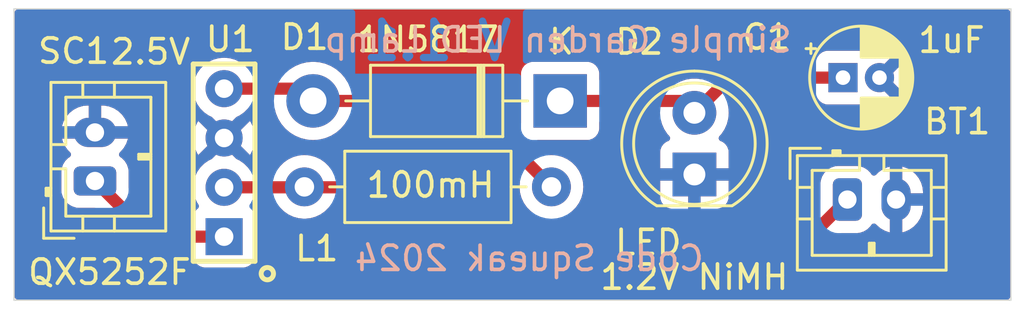
<source format=kicad_pcb>
(kicad_pcb (version 20221018) (generator pcbnew)
  (title_block (title "Garden Solar Light") (rev "1.0.1"))
  (layers (0 "F.Cu" signal) (31 "B.Cu" signal) (34 "B.Paste" user) (35 "F.Paste" user) (36 "B.SilkS" user "B.Silkscreen") (37 "F.SilkS" user "F.Silkscreen") (38 "B.Mask" user) (39 "F.Mask" user) (44 "Edge.Cuts" user))
  (net 0 "")
  (net 1 "GND")
  (net 2 "Net-(BT1-Pad1)")
  (net 3 "Net-(C1-Pad1)")
  (net 4 "Net-(D1-Pad2)")
  (net 5 "Net-(SC1-Pad1)")
  (footprint "Connector_JST:JST_PH_B2B-PH-K_1x02_P2.00mm_Vertical" (layer "F.Cu") (at 131.275614 87.854263)
    (fp_text reference "BT1" (at 4.513698 -3.209368) (layer "F.SilkS"))
    (fp_text value "1.2V NiMH")
    (fp_line (start -2.36 -2.11) (end -2.36 -0.86) (stroke (width 0.12)) (layer "F.SilkS"))
    (fp_line (start -2.06 -1.81) (end -2.06 2.91) (stroke (width 0.12)) (layer "F.SilkS"))
    (fp_line (start -2.06 -0.5) (end -1.45 -0.5) (stroke (width 0.12)) (layer "F.SilkS"))
    (fp_line (start -2.06 0.8) (end -1.45 0.8) (stroke (width 0.12)) (layer "F.SilkS"))
    (fp_line (start -2.06 2.91) (end 4.06 2.91) (stroke (width 0.12)) (layer "F.SilkS"))
    (fp_line (start -1.45 -1.2) (end -1.45 2.3) (stroke (width 0.12)) (layer "F.SilkS"))
    (fp_line (start -1.45 2.3) (end 3.45 2.3) (stroke (width 0.12)) (layer "F.SilkS"))
    (fp_line (start -1.11 -2.11) (end -2.36 -2.11) (stroke (width 0.12)) (layer "F.SilkS"))
    (fp_line (start -0.6 -2.01) (end -0.6 -1.81) (stroke (width 0.12)) (layer "F.SilkS"))
    (fp_line (start -0.3 -2.01) (end -0.6 -2.01) (stroke (width 0.12)) (layer "F.SilkS"))
    (fp_line (start -0.3 -1.91) (end -0.6 -1.91) (stroke (width 0.12)) (layer "F.SilkS"))
    (fp_line (start -0.3 -1.81) (end -0.3 -2.01) (stroke (width 0.12)) (layer "F.SilkS"))
    (fp_line (start 0.5 -1.81) (end 0.5 -1.2) (stroke (width 0.12)) (layer "F.SilkS"))
    (fp_line (start 0.5 -1.2) (end -1.45 -1.2) (stroke (width 0.12)) (layer "F.SilkS"))
    (fp_line (start 0.9 1.8) (end 1.1 1.8) (stroke (width 0.12)) (layer "F.SilkS"))
    (fp_line (start 0.9 2.3) (end 0.9 1.8) (stroke (width 0.12)) (layer "F.SilkS"))
    (fp_line (start 1 2.3) (end 1 1.8) (stroke (width 0.12)) (layer "F.SilkS"))
    (fp_line (start 1.1 1.8) (end 1.1 2.3) (stroke (width 0.12)) (layer "F.SilkS"))
    (fp_line (start 1.5 -1.2) (end 1.5 -1.81) (stroke (width 0.12)) (layer "F.SilkS"))
    (fp_line (start 3.45 -1.2) (end 1.5 -1.2) (stroke (width 0.12)) (layer "F.SilkS"))
    (fp_line (start 3.45 2.3) (end 3.45 -1.2) (stroke (width 0.12)) (layer "F.SilkS"))
    (fp_line (start 4.06 -1.81) (end -2.06 -1.81) (stroke (width 0.12)) (layer "F.SilkS"))
    (fp_line (start 4.06 -0.5) (end 3.45 -0.5) (stroke (width 0.12)) (layer "F.SilkS"))
    (fp_line (start 4.06 0.8) (end 3.45 0.8) (stroke (width 0.12)) (layer "F.SilkS"))
    (fp_line (start 4.06 2.91) (end 4.06 -1.81) (stroke (width 0.12)) (layer "F.SilkS"))
    (pad "1" thru_hole roundrect (at 0 0) (size 1.2 1.75) (drill 0.75) (layers "*.Cu" "*.Mask") (roundrect_rratio 0.208333) (net 2 "Net-(BT1-Pad1)"))
    (pad "2" thru_hole oval (at 2 0) (size 1.2 1.75) (drill 0.75) (layers "*.Cu" "*.Mask") (net 1 "GND"))
  )
  (footprint "Capacitor_THT:CP_Radial_D4.0mm_P1.50mm" (layer "F.Cu") (at 131.09326 82.83312)
    (fp_text reference "C1" (at -3.149087 -1.666812) (layer "F.SilkS"))
    (fp_text value "1uF")
    (fp_line (start -1.519801 -1.195) (end -1.119801 -1.195) (stroke (width 0.12)) (layer "F.SilkS"))
    (fp_line (start -1.319801 -1.395) (end -1.319801 -0.995) (stroke (width 0.12)) (layer "F.SilkS"))
    (fp_line (start 0.75 -2.08) (end 0.75 -0.84) (stroke (width 0.12)) (layer "F.SilkS"))
    (fp_line (start 0.75 0.84) (end 0.75 2.08) (stroke (width 0.12)) (layer "F.SilkS"))
    (fp_line (start 0.79 -2.08) (end 0.79 -0.84) (stroke (width 0.12)) (layer "F.SilkS"))
    (fp_line (start 0.79 0.84) (end 0.79 2.08) (stroke (width 0.12)) (layer "F.SilkS"))
    (fp_line (start 0.83 -2.079) (end 0.83 -0.84) (stroke (width 0.12)) (layer "F.SilkS"))
    (fp_line (start 0.83 0.84) (end 0.83 2.079) (stroke (width 0.12)) (layer "F.SilkS"))
    (fp_line (start 0.87 -2.077) (end 0.87 -0.84) (stroke (width 0.12)) (layer "F.SilkS"))
    (fp_line (start 0.87 0.84) (end 0.87 2.077) (stroke (width 0.12)) (layer "F.SilkS"))
    (fp_line (start 0.91 -2.074) (end 0.91 -0.84) (stroke (width 0.12)) (layer "F.SilkS"))
    (fp_line (start 0.91 0.84) (end 0.91 2.074) (stroke (width 0.12)) (layer "F.SilkS"))
    (fp_line (start 0.95 -2.071) (end 0.95 -0.84) (stroke (width 0.12)) (layer "F.SilkS"))
    (fp_line (start 0.95 0.84) (end 0.95 2.071) (stroke (width 0.12)) (layer "F.SilkS"))
    (fp_line (start 0.99 -2.067) (end 0.99 -0.84) (stroke (width 0.12)) (layer "F.SilkS"))
    (fp_line (start 0.99 0.84) (end 0.99 2.067) (stroke (width 0.12)) (layer "F.SilkS"))
    (fp_line (start 1.03 -2.062) (end 1.03 -0.84) (stroke (width 0.12)) (layer "F.SilkS"))
    (fp_line (start 1.03 0.84) (end 1.03 2.062) (stroke (width 0.12)) (layer "F.SilkS"))
    (fp_line (start 1.07 -2.056) (end 1.07 -0.84) (stroke (width 0.12)) (layer "F.SilkS"))
    (fp_line (start 1.07 0.84) (end 1.07 2.056) (stroke (width 0.12)) (layer "F.SilkS"))
    (fp_line (start 1.11 -2.05) (end 1.11 -0.84) (stroke (width 0.12)) (layer "F.SilkS"))
    (fp_line (start 1.11 0.84) (end 1.11 2.05) (stroke (width 0.12)) (layer "F.SilkS"))
    (fp_line (start 1.15 -2.042) (end 1.15 -0.84) (stroke (width 0.12)) (layer "F.SilkS"))
    (fp_line (start 1.15 0.84) (end 1.15 2.042) (stroke (width 0.12)) (layer "F.SilkS"))
    (fp_line (start 1.19 -2.034) (end 1.19 -0.84) (stroke (width 0.12)) (layer "F.SilkS"))
    (fp_line (start 1.19 0.84) (end 1.19 2.034) (stroke (width 0.12)) (layer "F.SilkS"))
    (fp_line (start 1.23 -2.025) (end 1.23 -0.84) (stroke (width 0.12)) (layer "F.SilkS"))
    (fp_line (start 1.23 0.84) (end 1.23 2.025) (stroke (width 0.12)) (layer "F.SilkS"))
    (fp_line (start 1.27 -2.016) (end 1.27 -0.84) (stroke (width 0.12)) (layer "F.SilkS"))
    (fp_line (start 1.27 0.84) (end 1.27 2.016) (stroke (width 0.12)) (layer "F.SilkS"))
    (fp_line (start 1.31 -2.005) (end 1.31 -0.84) (stroke (width 0.12)) (layer "F.SilkS"))
    (fp_line (start 1.31 0.84) (end 1.31 2.005) (stroke (width 0.12)) (layer "F.SilkS"))
    (fp_line (start 1.35 -1.994) (end 1.35 -0.84) (stroke (width 0.12)) (layer "F.SilkS"))
    (fp_line (start 1.35 0.84) (end 1.35 1.994) (stroke (width 0.12)) (layer "F.SilkS"))
    (fp_line (start 1.39 -1.982) (end 1.39 -0.84) (stroke (width 0.12)) (layer "F.SilkS"))
    (fp_line (start 1.39 0.84) (end 1.39 1.982) (stroke (width 0.12)) (layer "F.SilkS"))
    (fp_line (start 1.43 -1.968) (end 1.43 -0.84) (stroke (width 0.12)) (layer "F.SilkS"))
    (fp_line (start 1.43 0.84) (end 1.43 1.968) (stroke (width 0.12)) (layer "F.SilkS"))
    (fp_line (start 1.471 -1.954) (end 1.471 -0.84) (stroke (width 0.12)) (layer "F.SilkS"))
    (fp_line (start 1.471 0.84) (end 1.471 1.954) (stroke (width 0.12)) (layer "F.SilkS"))
    (fp_line (start 1.511 -1.94) (end 1.511 -0.84) (stroke (width 0.12)) (layer "F.SilkS"))
    (fp_line (start 1.511 0.84) (end 1.511 1.94) (stroke (width 0.12)) (layer "F.SilkS"))
    (fp_line (start 1.551 -1.924) (end 1.551 -0.84) (stroke (width 0.12)) (layer "F.SilkS"))
    (fp_line (start 1.551 0.84) (end 1.551 1.924) (stroke (width 0.12)) (layer "F.SilkS"))
    (fp_line (start 1.591 -1.907) (end 1.591 -0.84) (stroke (width 0.12)) (layer "F.SilkS"))
    (fp_line (start 1.591 0.84) (end 1.591 1.907) (stroke (width 0.12)) (layer "F.SilkS"))
    (fp_line (start 1.631 -1.889) (end 1.631 -0.84) (stroke (width 0.12)) (layer "F.SilkS"))
    (fp_line (start 1.631 0.84) (end 1.631 1.889) (stroke (width 0.12)) (layer "F.SilkS"))
    (fp_line (start 1.671 -1.87) (end 1.671 -0.84) (stroke (width 0.12)) (layer "F.SilkS"))
    (fp_line (start 1.671 0.84) (end 1.671 1.87) (stroke (width 0.12)) (layer "F.SilkS"))
    (fp_line (start 1.711 -1.851) (end 1.711 -0.84) (stroke (width 0.12)) (layer "F.SilkS"))
    (fp_line (start 1.711 0.84) (end 1.711 1.851) (stroke (width 0.12)) (layer "F.SilkS"))
    (fp_line (start 1.751 -1.83) (end 1.751 -0.84) (stroke (width 0.12)) (layer "F.SilkS"))
    (fp_line (start 1.751 0.84) (end 1.751 1.83) (stroke (width 0.12)) (layer "F.SilkS"))
    (fp_line (start 1.791 -1.808) (end 1.791 -0.84) (stroke (width 0.12)) (layer "F.SilkS"))
    (fp_line (start 1.791 0.84) (end 1.791 1.808) (stroke (width 0.12)) (layer "F.SilkS"))
    (fp_line (start 1.831 -1.785) (end 1.831 -0.84) (stroke (width 0.12)) (layer "F.SilkS"))
    (fp_line (start 1.831 0.84) (end 1.831 1.785) (stroke (width 0.12)) (layer "F.SilkS"))
    (fp_line (start 1.871 -1.76) (end 1.871 -0.84) (stroke (width 0.12)) (layer "F.SilkS"))
    (fp_line (start 1.871 0.84) (end 1.871 1.76) (stroke (width 0.12)) (layer "F.SilkS"))
    (fp_line (start 1.911 -1.735) (end 1.911 -0.84) (stroke (width 0.12)) (layer "F.SilkS"))
    (fp_line (start 1.911 0.84) (end 1.911 1.735) (stroke (width 0.12)) (layer "F.SilkS"))
    (fp_line (start 1.951 -1.708) (end 1.951 -0.84) (stroke (width 0.12)) (layer "F.SilkS"))
    (fp_line (start 1.951 0.84) (end 1.951 1.708) (stroke (width 0.12)) (layer "F.SilkS"))
    (fp_line (start 1.991 -1.68) (end 1.991 -0.84) (stroke (width 0.12)) (layer "F.SilkS"))
    (fp_line (start 1.991 0.84) (end 1.991 1.68) (stroke (width 0.12)) (layer "F.SilkS"))
    (fp_line (start 2.031 -1.65) (end 2.031 -0.84) (stroke (width 0.12)) (layer "F.SilkS"))
    (fp_line (start 2.031 0.84) (end 2.031 1.65) (stroke (width 0.12)) (layer "F.SilkS"))
    (fp_line (start 2.071 -1.619) (end 2.071 -0.84) (stroke (width 0.12)) (layer "F.SilkS"))
    (fp_line (start 2.071 0.84) (end 2.071 1.619) (stroke (width 0.12)) (layer "F.SilkS"))
    (fp_line (start 2.111 -1.587) (end 2.111 -0.84) (stroke (width 0.12)) (layer "F.SilkS"))
    (fp_line (start 2.111 0.84) (end 2.111 1.587) (stroke (width 0.12)) (layer "F.SilkS"))
    (fp_line (start 2.151 -1.552) (end 2.151 -0.84) (stroke (width 0.12)) (layer "F.SilkS"))
    (fp_line (start 2.151 0.84) (end 2.151 1.552) (stroke (width 0.12)) (layer "F.SilkS"))
    (fp_line (start 2.191 -1.516) (end 2.191 -0.84) (stroke (width 0.12)) (layer "F.SilkS"))
    (fp_line (start 2.191 0.84) (end 2.191 1.516) (stroke (width 0.12)) (layer "F.SilkS"))
    (fp_line (start 2.231 -1.478) (end 2.231 -0.84) (stroke (width 0.12)) (layer "F.SilkS"))
    (fp_line (start 2.231 0.84) (end 2.231 1.478) (stroke (width 0.12)) (layer "F.SilkS"))
    (fp_line (start 2.271 -1.438) (end 2.271 -0.84) (stroke (width 0.12)) (layer "F.SilkS"))
    (fp_line (start 2.271 0.84) (end 2.271 1.438) (stroke (width 0.12)) (layer "F.SilkS"))
    (fp_line (start 2.311 -1.396) (end 2.311 -0.84) (stroke (width 0.12)) (layer "F.SilkS"))
    (fp_line (start 2.311 0.84) (end 2.311 1.396) (stroke (width 0.12)) (layer "F.SilkS"))
    (fp_line (start 2.351 -1.351) (end 2.351 1.351) (stroke (width 0.12)) (layer "F.SilkS"))
    (fp_line (start 2.391 -1.304) (end 2.391 1.304) (stroke (width 0.12)) (layer "F.SilkS"))
    (fp_line (start 2.431 -1.254) (end 2.431 1.254) (stroke (width 0.12)) (layer "F.SilkS"))
    (fp_line (start 2.471 -1.2) (end 2.471 1.2) (stroke (width 0.12)) (layer "F.SilkS"))
    (fp_line (start 2.511 -1.142) (end 2.511 1.142) (stroke (width 0.12)) (layer "F.SilkS"))
    (fp_line (start 2.551 -1.08) (end 2.551 1.08) (stroke (width 0.12)) (layer "F.SilkS"))
    (fp_line (start 2.591 -1.013) (end 2.591 1.013) (stroke (width 0.12)) (layer "F.SilkS"))
    (fp_line (start 2.631 -0.94) (end 2.631 0.94) (stroke (width 0.12)) (layer "F.SilkS"))
    (fp_line (start 2.671 -0.859) (end 2.671 0.859) (stroke (width 0.12)) (layer "F.SilkS"))
    (fp_line (start 2.711 -0.768) (end 2.711 0.768) (stroke (width 0.12)) (layer "F.SilkS"))
    (fp_line (start 2.751 -0.664) (end 2.751 0.664) (stroke (width 0.12)) (layer "F.SilkS"))
    (fp_line (start 2.791 -0.537) (end 2.791 0.537) (stroke (width 0.12)) (layer "F.SilkS"))
    (fp_line (start 2.831 -0.37) (end 2.831 0.37) (stroke (width 0.12)) (layer "F.SilkS"))
    (fp_circle (center 0.75 0) (end 2.87 0) (stroke (width 0.12)) (fill none) (layer "F.SilkS"))
    (pad "1" thru_hole rect (at 0 0) (size 1.2 1.2) (drill 0.6) (layers "*.Cu" "*.Mask") (net 3 "Net-(C1-Pad1)"))
    (pad "2" thru_hole circle (at 1.5 0) (size 1.2 1.2) (drill 0.6) (layers "*.Cu" "*.Mask") (net 1 "GND"))
  )
  (footprint "Diode_THT:D_DO-41_SOD81_P10.16mm_Horizontal" (layer "F.Cu") (at 119.461623 83.792487 180)
    (fp_text reference "D1" (at 10.509794 2.624453) (layer "F.SilkS"))
    (fp_text value "1N5817")
    (fp_text user "K" (at -0.050136 2.438101) (layer "F.SilkS"))
    (fp_line (start 1.34 0) (end 2.36 0) (stroke (width 0.12)) (layer "F.SilkS"))
    (fp_line (start 2.36 -1.47) (end 2.36 1.47) (stroke (width 0.12)) (layer "F.SilkS"))
    (fp_line (start 2.36 1.47) (end 7.8 1.47) (stroke (width 0.12)) (layer "F.SilkS"))
    (fp_line (start 3.14 -1.47) (end 3.14 1.47) (stroke (width 0.12)) (layer "F.SilkS"))
    (fp_line (start 3.26 -1.47) (end 3.26 1.47) (stroke (width 0.12)) (layer "F.SilkS"))
    (fp_line (start 3.38 -1.47) (end 3.38 1.47) (stroke (width 0.12)) (layer "F.SilkS"))
    (fp_line (start 7.8 -1.47) (end 2.36 -1.47) (stroke (width 0.12)) (layer "F.SilkS"))
    (fp_line (start 7.8 1.47) (end 7.8 -1.47) (stroke (width 0.12)) (layer "F.SilkS"))
    (fp_line (start 8.82 0) (end 7.8 0) (stroke (width 0.12)) (layer "F.SilkS"))
    (pad "1" thru_hole rect (at 0 0 180) (size 2.2 2.2) (drill 1.1) (layers "*.Cu" "*.Mask") (net 3 "Net-(C1-Pad1)"))
    (pad "2" thru_hole oval (at 10.16 0 180) (size 2.2 2.2) (drill 1.1) (layers "*.Cu" "*.Mask") (net 4 "Net-(D1-Pad2)"))
  )
  (footprint "LED_THT:LED_D5.0mm" (layer "F.Cu") (at 124.982963 86.822522 90)
    (fp_text reference "D2" (at 5.45951 -2.266992 180) (layer "F.SilkS"))
    (fp_text value "LED")
    (fp_line (start -1.29 -1.545) (end -1.29 1.545) (stroke (width 0.12)) (layer "F.SilkS"))
    (fp_arc (start -1.29 -1.54483) (mid 2.072002 -2.880433) (end 4.26 0.000462) (stroke (width 0.12)) (layer "F.SilkS"))
    (fp_arc (start 4.26 -0.000462) (mid 2.072002 2.880433) (end -1.29 1.54483) (stroke (width 0.12)) (layer "F.SilkS"))
    (fp_circle (center 1.27 0) (end 3.77 0) (stroke (width 0.12)) (fill none) (layer "F.SilkS"))
    (pad "1" thru_hole rect (at 0 0 90) (size 1.8 1.8) (drill 0.9) (layers "*.Cu" "*.Mask") (net 1 "GND"))
    (pad "2" thru_hole circle (at 2.54 0 90) (size 1.8 1.8) (drill 0.9) (layers "*.Cu" "*.Mask") (net 3 "Net-(C1-Pad1)"))
  )
  (footprint "Inductor_THT:L_Axial_L6.6mm_D2.7mm_P10.16mm_Horizontal_Vishay_IM-2" (layer "F.Cu") (at 108.942533 87.333169)
    (fp_text reference "L1" (at 0.508 2.54) (layer "F.SilkS"))
    (fp_text value "100mH")
    (fp_line (start 1.04 0) (end 1.66 0) (stroke (width 0.12)) (layer "F.SilkS"))
    (fp_line (start 1.66 -1.47) (end 1.66 1.47) (stroke (width 0.12)) (layer "F.SilkS"))
    (fp_line (start 1.66 1.47) (end 8.5 1.47) (stroke (width 0.12)) (layer "F.SilkS"))
    (fp_line (start 8.5 -1.47) (end 1.66 -1.47) (stroke (width 0.12)) (layer "F.SilkS"))
    (fp_line (start 8.5 1.47) (end 8.5 -1.47) (stroke (width 0.12)) (layer "F.SilkS"))
    (fp_line (start 9.12 0) (end 8.5 0) (stroke (width 0.12)) (layer "F.SilkS"))
    (pad "1" thru_hole circle (at 0 0) (size 1.6 1.6) (drill 0.8) (layers "*.Cu" "*.Mask") (net 2 "Net-(BT1-Pad1)"))
    (pad "2" thru_hole oval (at 10.16 0) (size 1.6 1.6) (drill 0.8) (layers "*.Cu" "*.Mask") (net 4 "Net-(D1-Pad2)"))
  )
  (footprint "Connector_JST:JST_PH_B2B-PH-K_1x02_P2.00mm_Vertical" (layer "F.Cu") (at 100.33 87.09 90)
    (fp_text reference "SC1" (at 5.349085 -0.879268 180) (layer "F.SilkS"))
    (fp_text value "2.5V")
    (fp_line (start -2.36 -2.11) (end -2.36 -0.86) (stroke (width 0.12)) (layer "F.SilkS"))
    (fp_line (start -2.06 -1.81) (end -2.06 2.91) (stroke (width 0.12)) (layer "F.SilkS"))
    (fp_line (start -2.06 -0.5) (end -1.45 -0.5) (stroke (width 0.12)) (layer "F.SilkS"))
    (fp_line (start -2.06 0.8) (end -1.45 0.8) (stroke (width 0.12)) (layer "F.SilkS"))
    (fp_line (start -2.06 2.91) (end 4.06 2.91) (stroke (width 0.12)) (layer "F.SilkS"))
    (fp_line (start -1.45 -1.2) (end -1.45 2.3) (stroke (width 0.12)) (layer "F.SilkS"))
    (fp_line (start -1.45 2.3) (end 3.45 2.3) (stroke (width 0.12)) (layer "F.SilkS"))
    (fp_line (start -1.11 -2.11) (end -2.36 -2.11) (stroke (width 0.12)) (layer "F.SilkS"))
    (fp_line (start -0.6 -2.01) (end -0.6 -1.81) (stroke (width 0.12)) (layer "F.SilkS"))
    (fp_line (start -0.3 -2.01) (end -0.6 -2.01) (stroke (width 0.12)) (layer "F.SilkS"))
    (fp_line (start -0.3 -1.91) (end -0.6 -1.91) (stroke (width 0.12)) (layer "F.SilkS"))
    (fp_line (start -0.3 -1.81) (end -0.3 -2.01) (stroke (width 0.12)) (layer "F.SilkS"))
    (fp_line (start 0.5 -1.81) (end 0.5 -1.2) (stroke (width 0.12)) (layer "F.SilkS"))
    (fp_line (start 0.5 -1.2) (end -1.45 -1.2) (stroke (width 0.12)) (layer "F.SilkS"))
    (fp_line (start 0.9 1.8) (end 1.1 1.8) (stroke (width 0.12)) (layer "F.SilkS"))
    (fp_line (start 0.9 2.3) (end 0.9 1.8) (stroke (width 0.12)) (layer "F.SilkS"))
    (fp_line (start 1 2.3) (end 1 1.8) (stroke (width 0.12)) (layer "F.SilkS"))
    (fp_line (start 1.1 1.8) (end 1.1 2.3) (stroke (width 0.12)) (layer "F.SilkS"))
    (fp_line (start 1.5 -1.2) (end 1.5 -1.81) (stroke (width 0.12)) (layer "F.SilkS"))
    (fp_line (start 3.45 -1.2) (end 1.5 -1.2) (stroke (width 0.12)) (layer "F.SilkS"))
    (fp_line (start 3.45 2.3) (end 3.45 -1.2) (stroke (width 0.12)) (layer "F.SilkS"))
    (fp_line (start 4.06 -1.81) (end -2.06 -1.81) (stroke (width 0.12)) (layer "F.SilkS"))
    (fp_line (start 4.06 -0.5) (end 3.45 -0.5) (stroke (width 0.12)) (layer "F.SilkS"))
    (fp_line (start 4.06 0.8) (end 3.45 0.8) (stroke (width 0.12)) (layer "F.SilkS"))
    (fp_line (start 4.06 2.91) (end 4.06 -1.81) (stroke (width 0.12)) (layer "F.SilkS"))
    (pad "1" thru_hole roundrect (at 0 0 90) (size 1.2 1.75) (drill 0.75) (layers "*.Cu" "*.Mask") (roundrect_rratio 0.208333) (net 5 "Net-(SC1-Pad1)"))
    (pad "2" thru_hole oval (at 2 0 90) (size 1.2 1.75) (drill 0.75) (layers "*.Cu" "*.Mask") (net 1 "GND"))
  )
  (footprint "gardenlight:QX5252F" (layer "F.Cu") (at 105.640923 86.335536 90)
    (fp_text reference "U1" (at 5.08 0.254 180) (layer "F.SilkS"))
    (fp_text value "QX5252F")
    (fp_line (start -4.064 -1.27) (end 4.064 -1.27) (stroke (width 0.2032)) (layer "F.SilkS"))
    (fp_line (start -4.064 1.27) (end -4.064 -1.27) (stroke (width 0.2032)) (layer "F.SilkS"))
    (fp_line (start 4.064 -1.27) (end 4.064 1.27) (stroke (width 0.2032)) (layer "F.SilkS"))
    (fp_line (start 4.064 1.27) (end -4.064 1.27) (stroke (width 0.2032)) (layer "F.SilkS"))
    (fp_circle (center -4.572 1.778) (end -4.318 1.778) (stroke (width 0.2032)) (fill none) (layer "F.SilkS"))
    (pad "1" thru_hole rect (at -3.048 0 90) (size 1.524 1.524) (drill 0.762) (layers "*.Cu" "*.Mask") (net 5 "Net-(SC1-Pad1)"))
    (pad "2" thru_hole circle (at -1.016 0 90) (size 1.524 1.524) (drill 0.762) (layers "*.Cu" "*.Mask") (net 2 "Net-(BT1-Pad1)"))
    (pad "3" thru_hole circle (at 1.016 0 90) (size 1.524 1.524) (drill 0.762) (layers "*.Cu" "*.Mask") (net 1 "GND"))
    (pad "4" thru_hole circle (at 3.048 0 90) (size 1.524 1.524) (drill 0.762) (layers "*.Cu" "*.Mask") (net 4 "Net-(D1-Pad2)"))
  )
  (gr_line (start 97 92) (end 97 80) (stroke (width 0.05)) (layer "Edge.Cuts"))
  (gr_line (start 97 80) (end 138 80) (stroke (width 0.05)) (layer "Edge.Cuts"))
  (gr_line (start 138 92) (end 97 92) (stroke (width 0.05)) (layer "Edge.Cuts"))
  (gr_line (start 138 80) (end 138 92) (stroke (width 0.05)) (layer "Edge.Cuts"))
  (gr_text "V 1.1" (at 114.411437 81.32764) (layer "B.Cu") (effects (font (size 1.5 1.5) (thickness 0.3)) (justify mirror)))
  (gr_text "Simple Garden LED Lamp" (at 119.38 81.28) (layer "B.SilkS") (effects (font (size 1 1)) (justify mirror)))
  (gr_text "Code Squeak 2024\n" (at 118.191445 90.277721) (layer "B.SilkS") (effects (font (size 1 1)) (justify mirror)))
  (gr_text "2.5V" (at 102.618711 81.771973) (layer "F.SilkS") (effects (font (size 1 1))))
  (gr_text "1uF" (at 135.556373 81.290565) (layer "F.SilkS") (effects (font (size 1 1))))
  (gr_text "100mH\n" (at 114.131526 87.255523) (layer "F.SilkS") (effects (font (size 1 1))))
  (gr_text "QX5252F" (at 97.494039 91.431203) (layer "F.SilkS") (effects (font (size 1 1)) (justify left bottom)))
  (gr_text "1.2V NiMH" (at 124.979131 91.051575) (layer "F.SilkS") (effects (font (size 1 1))))
  (gr_text "1N5817" (at 114.028382 81.259294) (layer "F.SilkS") (effects (font (size 1 1))))
  (gr_text "LED" (at 123.088388 89.624604) (layer "F.SilkS") (effects (font (size 1 1))))
  (segment (start 129.767546 89.362331) (end 131.275614 87.854263) (width 0.5) (layer "F.Cu") (net 2))
  (segment (start 115.631866 89.362331) (end 129.767546 89.362331) (width 0.5) (layer "F.Cu") (net 2))
  (segment (start 113.621071 87.351536) (end 115.631866 89.362331) (width 0.5) (layer "F.Cu") (net 2))
  (segment (start 105.640923 87.351536) (end 113.621071 87.351536) (width 0.5) (layer "F.Cu") (net 2))
  (segment (start 131.09326 82.83312) (end 126.432365 82.83312) (width 0.5) (layer "F.Cu") (net 3))
  (segment (start 119.461623 83.792487) (end 124.492928 83.792487) (width 0.5) (layer "F.Cu") (net 3))
  (segment (start 124.492928 83.792487) (end 124.982963 84.282522) (width 0.5) (layer "F.Cu") (net 3))
  (segment (start 126.432365 82.83312) (end 124.982963 84.282522) (width 0.5) (layer "F.Cu") (net 3))
  (segment (start 105.640923 83.287536) (end 108.796672 83.287536) (width 0.5) (layer "F.Cu") (net 4))
  (segment (start 108.796672 83.287536) (end 109.301623 83.792487) (width 0.5) (layer "F.Cu") (net 4))
  (segment (start 109.301623 83.792487) (end 115.561851 83.792487) (width 0.5) (layer "F.Cu") (net 4))
  (segment (start 108.893108 83.26683) (end 109.418765 83.792487) (width 0.254) (layer "F.Cu") (net 4))
  (segment (start 115.561851 83.792487) (end 119.102533 87.333169) (width 0.5) (layer "F.Cu") (net 4))
  (segment (start 102.623536 89.383536) (end 100.33 87.09) (width 0.5) (layer "F.Cu") (net 5))
  (segment (start 105.640923 89.383536) (end 102.623536 89.383536) (width 0.5) (layer "F.Cu") (net 5))
  (zone (net 1) (net_name "GND") (layer "F.Cu") (connect_pads (clearance 0.508)) (min_thickness 0.254) (fill yes (thermal_gap 0.508) (thermal_bridge_width 0.508))
    (polygon (pts (xy 138.540817 92.380311) (xy 96.468281 92.440261) (xy 96.452346 79.691939) (xy 138.562117 79.651231)))
  )
  (zone (net 1) (net_name "GND") (layer "B.Cu") (connect_pads (clearance 0.508)) (min_thickness 0.254) (fill yes (thermal_gap 0.508) (thermal_bridge_width 0.508))
    (polygon (pts (xy 138.505964 92.400394) (xy 96.424466 92.391808) (xy 96.430811 79.635553) (xy 138.512309 79.644139)))
  )
)
</source>
